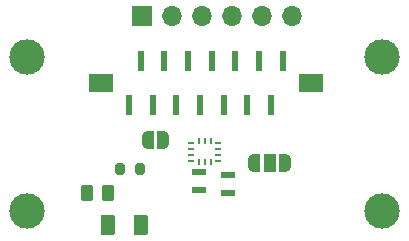
<source format=gts>
%TF.GenerationSoftware,KiCad,Pcbnew,(6.0.10)*%
%TF.CreationDate,2023-02-17T01:50:08+01:00*%
%TF.ProjectId,haut,68617574-2e6b-4696-9361-645f70636258,rev?*%
%TF.SameCoordinates,Original*%
%TF.FileFunction,Soldermask,Top*%
%TF.FilePolarity,Negative*%
%FSLAX46Y46*%
G04 Gerber Fmt 4.6, Leading zero omitted, Abs format (unit mm)*
G04 Created by KiCad (PCBNEW (6.0.10)) date 2023-02-17 01:50:08*
%MOMM*%
%LPD*%
G01*
G04 APERTURE LIST*
G04 Aperture macros list*
%AMRoundRect*
0 Rectangle with rounded corners*
0 $1 Rounding radius*
0 $2 $3 $4 $5 $6 $7 $8 $9 X,Y pos of 4 corners*
0 Add a 4 corners polygon primitive as box body*
4,1,4,$2,$3,$4,$5,$6,$7,$8,$9,$2,$3,0*
0 Add four circle primitives for the rounded corners*
1,1,$1+$1,$2,$3*
1,1,$1+$1,$4,$5*
1,1,$1+$1,$6,$7*
1,1,$1+$1,$8,$9*
0 Add four rect primitives between the rounded corners*
20,1,$1+$1,$2,$3,$4,$5,0*
20,1,$1+$1,$4,$5,$6,$7,0*
20,1,$1+$1,$6,$7,$8,$9,0*
20,1,$1+$1,$8,$9,$2,$3,0*%
%AMFreePoly0*
4,1,22,0.500000,-0.750000,0.000000,-0.750000,0.000000,-0.745033,-0.079941,-0.743568,-0.215256,-0.701293,-0.333266,-0.622738,-0.424486,-0.514219,-0.481581,-0.384460,-0.499164,-0.250000,-0.500000,-0.250000,-0.500000,0.250000,-0.499164,0.250000,-0.499963,0.256109,-0.478152,0.396186,-0.417904,0.524511,-0.324060,0.630769,-0.204165,0.706417,-0.067858,0.745374,0.000000,0.744959,0.000000,0.750000,
0.500000,0.750000,0.500000,-0.750000,0.500000,-0.750000,$1*%
%AMFreePoly1*
4,1,20,0.000000,0.744959,0.073905,0.744508,0.209726,0.703889,0.328688,0.626782,0.421226,0.519385,0.479903,0.390333,0.500000,0.250000,0.500000,-0.250000,0.499851,-0.262216,0.476331,-0.402017,0.414519,-0.529596,0.319384,-0.634700,0.198574,-0.708877,0.061801,-0.746166,0.000000,-0.745033,0.000000,-0.750000,-0.500000,-0.750000,-0.500000,0.750000,0.000000,0.750000,0.000000,0.744959,
0.000000,0.744959,$1*%
%AMFreePoly2*
4,1,22,0.550000,-0.750000,0.000000,-0.750000,0.000000,-0.745033,-0.079941,-0.743568,-0.215256,-0.701293,-0.333266,-0.622738,-0.424486,-0.514219,-0.481581,-0.384460,-0.499164,-0.250000,-0.500000,-0.250000,-0.500000,0.250000,-0.499164,0.250000,-0.499963,0.256109,-0.478152,0.396186,-0.417904,0.524511,-0.324060,0.630769,-0.204165,0.706417,-0.067858,0.745374,0.000000,0.744959,0.000000,0.750000,
0.550000,0.750000,0.550000,-0.750000,0.550000,-0.750000,$1*%
%AMFreePoly3*
4,1,20,0.000000,0.744959,0.073905,0.744508,0.209726,0.703889,0.328688,0.626782,0.421226,0.519385,0.479903,0.390333,0.500000,0.250000,0.500000,-0.250000,0.499851,-0.262216,0.476331,-0.402017,0.414519,-0.529596,0.319384,-0.634700,0.198574,-0.708877,0.061801,-0.746166,0.000000,-0.745033,0.000000,-0.750000,-0.550000,-0.750000,-0.550000,0.750000,0.000000,0.750000,0.000000,0.744959,
0.000000,0.744959,$1*%
G04 Aperture macros list end*
%ADD10FreePoly0,180.000000*%
%ADD11FreePoly1,180.000000*%
%ADD12R,1.250000X0.500000*%
%ADD13R,1.700000X1.700000*%
%ADD14O,1.700000X1.700000*%
%ADD15RoundRect,0.200000X-0.200000X-0.275000X0.200000X-0.275000X0.200000X0.275000X-0.200000X0.275000X0*%
%ADD16FreePoly2,0.000000*%
%ADD17R,1.000000X1.500000*%
%ADD18FreePoly3,0.000000*%
%ADD19C,3.000000*%
%ADD20R,0.475000X0.250000*%
%ADD21R,0.250000X0.475000*%
%ADD22RoundRect,0.250000X-0.262500X-0.450000X0.262500X-0.450000X0.262500X0.450000X-0.262500X0.450000X0*%
%ADD23R,2.000000X1.600000*%
%ADD24R,0.500000X1.750000*%
%ADD25RoundRect,0.250000X-0.375000X-0.625000X0.375000X-0.625000X0.375000X0.625000X-0.375000X0.625000X0*%
G04 APERTURE END LIST*
D10*
%TO.C,JP2*%
X97500000Y-84000000D03*
D11*
X96200000Y-84000000D03*
%TD*%
D12*
%TO.C,C1*%
X100500000Y-86750000D03*
X100500000Y-88250000D03*
%TD*%
%TO.C,C2*%
X103000000Y-87000000D03*
X103000000Y-88500000D03*
%TD*%
D13*
%TO.C,J2*%
X95675000Y-73475000D03*
D14*
X98215000Y-73475000D03*
X100755000Y-73475000D03*
X103295000Y-73475000D03*
X105835000Y-73475000D03*
X108375000Y-73475000D03*
%TD*%
D15*
%TO.C,R1*%
X93850000Y-86500000D03*
X95500000Y-86500000D03*
%TD*%
D16*
%TO.C,JP1*%
X105200000Y-86000000D03*
D17*
X106500000Y-86000000D03*
D18*
X107800000Y-86000000D03*
%TD*%
D19*
%TO.C,REF\u002A\u002A*%
X116000000Y-77000000D03*
%TD*%
D20*
%TO.C,U1*%
X99837500Y-84250000D03*
X99837500Y-84750000D03*
X99837500Y-85250000D03*
X99837500Y-85750000D03*
D21*
X100500000Y-85912500D03*
X101000000Y-85912500D03*
X101500000Y-85912500D03*
D20*
X102162500Y-85750000D03*
X102162500Y-85250000D03*
X102162500Y-84750000D03*
X102162500Y-84250000D03*
D21*
X101500000Y-84087500D03*
X101000000Y-84087500D03*
X100500000Y-84087500D03*
%TD*%
D22*
%TO.C,R2*%
X91000000Y-88500000D03*
X92825000Y-88500000D03*
%TD*%
D19*
%TO.C,REF\u002A\u002A*%
X86000000Y-90000000D03*
%TD*%
D23*
%TO.C,J1*%
X110000000Y-79195000D03*
X92200000Y-79195000D03*
D24*
X94600000Y-81070000D03*
X95600000Y-77320000D03*
X96600000Y-81070000D03*
X97600000Y-77320000D03*
X98600000Y-81070000D03*
X99600000Y-77320000D03*
X100600000Y-81070000D03*
X101600000Y-77320000D03*
X102600000Y-81070000D03*
X103600000Y-77320000D03*
X104600000Y-81070000D03*
X105600000Y-77320000D03*
X106600000Y-81070000D03*
X107600000Y-77320000D03*
%TD*%
D25*
%TO.C,D1*%
X92800000Y-91200000D03*
X95600000Y-91200000D03*
%TD*%
D19*
%TO.C,REF\u002A\u002A*%
X86000000Y-77000000D03*
%TD*%
%TO.C,REF\u002A\u002A*%
X116000000Y-90000000D03*
%TD*%
M02*

</source>
